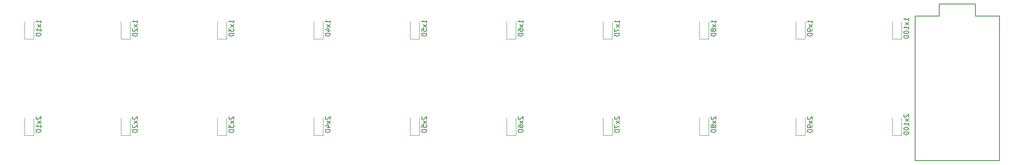
<source format=gbr>
%TF.GenerationSoftware,KiCad,Pcbnew,(6.0.5)*%
%TF.CreationDate,2022-05-21T19:41:19+01:00*%
%TF.ProjectId,ButterStick,42757474-6572-4537-9469-636b2e6b6963,rev?*%
%TF.SameCoordinates,Original*%
%TF.FileFunction,Legend,Bot*%
%TF.FilePolarity,Positive*%
%FSLAX46Y46*%
G04 Gerber Fmt 4.6, Leading zero omitted, Abs format (unit mm)*
G04 Created by KiCad (PCBNEW (6.0.5)) date 2022-05-21 19:41:19*
%MOMM*%
%LPD*%
G01*
G04 APERTURE LIST*
%ADD10C,0.150000*%
%ADD11C,0.120000*%
G04 APERTURE END LIST*
D10*
%TO.C,2x10D*%
X230147619Y-56277142D02*
X230100000Y-56324761D01*
X230052380Y-56420000D01*
X230052380Y-56658095D01*
X230100000Y-56753333D01*
X230147619Y-56800952D01*
X230242857Y-56848571D01*
X230338095Y-56848571D01*
X230480952Y-56800952D01*
X231052380Y-56229523D01*
X231052380Y-56848571D01*
X231052380Y-57181904D02*
X230385714Y-57705714D01*
X230385714Y-57181904D02*
X231052380Y-57705714D01*
X231052380Y-58610476D02*
X231052380Y-58039047D01*
X231052380Y-58324761D02*
X230052380Y-58324761D01*
X230195238Y-58229523D01*
X230290476Y-58134285D01*
X230338095Y-58039047D01*
X230052380Y-59229523D02*
X230052380Y-59324761D01*
X230100000Y-59420000D01*
X230147619Y-59467619D01*
X230242857Y-59515238D01*
X230433333Y-59562857D01*
X230671428Y-59562857D01*
X230861904Y-59515238D01*
X230957142Y-59467619D01*
X231004761Y-59420000D01*
X231052380Y-59324761D01*
X231052380Y-59229523D01*
X231004761Y-59134285D01*
X230957142Y-59086666D01*
X230861904Y-59039047D01*
X230671428Y-58991428D01*
X230433333Y-58991428D01*
X230242857Y-59039047D01*
X230147619Y-59086666D01*
X230100000Y-59134285D01*
X230052380Y-59229523D01*
X231052380Y-59991428D02*
X230052380Y-59991428D01*
X230052380Y-60229523D01*
X230100000Y-60372380D01*
X230195238Y-60467619D01*
X230290476Y-60515238D01*
X230480952Y-60562857D01*
X230623809Y-60562857D01*
X230814285Y-60515238D01*
X230909523Y-60467619D01*
X231004761Y-60372380D01*
X231052380Y-60229523D01*
X231052380Y-59991428D01*
%TO.C,2x9D*%
X209827619Y-56753333D02*
X209780000Y-56800952D01*
X209732380Y-56896190D01*
X209732380Y-57134285D01*
X209780000Y-57229523D01*
X209827619Y-57277142D01*
X209922857Y-57324761D01*
X210018095Y-57324761D01*
X210160952Y-57277142D01*
X210732380Y-56705714D01*
X210732380Y-57324761D01*
X210732380Y-57658095D02*
X210065714Y-58181904D01*
X210065714Y-57658095D02*
X210732380Y-58181904D01*
X210732380Y-58610476D02*
X210732380Y-58800952D01*
X210684761Y-58896190D01*
X210637142Y-58943809D01*
X210494285Y-59039047D01*
X210303809Y-59086666D01*
X209922857Y-59086666D01*
X209827619Y-59039047D01*
X209780000Y-58991428D01*
X209732380Y-58896190D01*
X209732380Y-58705714D01*
X209780000Y-58610476D01*
X209827619Y-58562857D01*
X209922857Y-58515238D01*
X210160952Y-58515238D01*
X210256190Y-58562857D01*
X210303809Y-58610476D01*
X210351428Y-58705714D01*
X210351428Y-58896190D01*
X210303809Y-58991428D01*
X210256190Y-59039047D01*
X210160952Y-59086666D01*
X210732380Y-59515238D02*
X209732380Y-59515238D01*
X209732380Y-59753333D01*
X209780000Y-59896190D01*
X209875238Y-59991428D01*
X209970476Y-60039047D01*
X210160952Y-60086666D01*
X210303809Y-60086666D01*
X210494285Y-60039047D01*
X210589523Y-59991428D01*
X210684761Y-59896190D01*
X210732380Y-59753333D01*
X210732380Y-59515238D01*
%TO.C,2x8D*%
X189507619Y-56753333D02*
X189460000Y-56800952D01*
X189412380Y-56896190D01*
X189412380Y-57134285D01*
X189460000Y-57229523D01*
X189507619Y-57277142D01*
X189602857Y-57324761D01*
X189698095Y-57324761D01*
X189840952Y-57277142D01*
X190412380Y-56705714D01*
X190412380Y-57324761D01*
X190412380Y-57658095D02*
X189745714Y-58181904D01*
X189745714Y-57658095D02*
X190412380Y-58181904D01*
X189840952Y-58705714D02*
X189793333Y-58610476D01*
X189745714Y-58562857D01*
X189650476Y-58515238D01*
X189602857Y-58515238D01*
X189507619Y-58562857D01*
X189460000Y-58610476D01*
X189412380Y-58705714D01*
X189412380Y-58896190D01*
X189460000Y-58991428D01*
X189507619Y-59039047D01*
X189602857Y-59086666D01*
X189650476Y-59086666D01*
X189745714Y-59039047D01*
X189793333Y-58991428D01*
X189840952Y-58896190D01*
X189840952Y-58705714D01*
X189888571Y-58610476D01*
X189936190Y-58562857D01*
X190031428Y-58515238D01*
X190221904Y-58515238D01*
X190317142Y-58562857D01*
X190364761Y-58610476D01*
X190412380Y-58705714D01*
X190412380Y-58896190D01*
X190364761Y-58991428D01*
X190317142Y-59039047D01*
X190221904Y-59086666D01*
X190031428Y-59086666D01*
X189936190Y-59039047D01*
X189888571Y-58991428D01*
X189840952Y-58896190D01*
X190412380Y-59515238D02*
X189412380Y-59515238D01*
X189412380Y-59753333D01*
X189460000Y-59896190D01*
X189555238Y-59991428D01*
X189650476Y-60039047D01*
X189840952Y-60086666D01*
X189983809Y-60086666D01*
X190174285Y-60039047D01*
X190269523Y-59991428D01*
X190364761Y-59896190D01*
X190412380Y-59753333D01*
X190412380Y-59515238D01*
%TO.C,2x7D*%
X169187619Y-56753333D02*
X169140000Y-56800952D01*
X169092380Y-56896190D01*
X169092380Y-57134285D01*
X169140000Y-57229523D01*
X169187619Y-57277142D01*
X169282857Y-57324761D01*
X169378095Y-57324761D01*
X169520952Y-57277142D01*
X170092380Y-56705714D01*
X170092380Y-57324761D01*
X170092380Y-57658095D02*
X169425714Y-58181904D01*
X169425714Y-57658095D02*
X170092380Y-58181904D01*
X169092380Y-58467619D02*
X169092380Y-59134285D01*
X170092380Y-58705714D01*
X170092380Y-59515238D02*
X169092380Y-59515238D01*
X169092380Y-59753333D01*
X169140000Y-59896190D01*
X169235238Y-59991428D01*
X169330476Y-60039047D01*
X169520952Y-60086666D01*
X169663809Y-60086666D01*
X169854285Y-60039047D01*
X169949523Y-59991428D01*
X170044761Y-59896190D01*
X170092380Y-59753333D01*
X170092380Y-59515238D01*
%TO.C,2x6D*%
X148867619Y-56753333D02*
X148820000Y-56800952D01*
X148772380Y-56896190D01*
X148772380Y-57134285D01*
X148820000Y-57229523D01*
X148867619Y-57277142D01*
X148962857Y-57324761D01*
X149058095Y-57324761D01*
X149200952Y-57277142D01*
X149772380Y-56705714D01*
X149772380Y-57324761D01*
X149772380Y-57658095D02*
X149105714Y-58181904D01*
X149105714Y-57658095D02*
X149772380Y-58181904D01*
X148772380Y-58991428D02*
X148772380Y-58800952D01*
X148820000Y-58705714D01*
X148867619Y-58658095D01*
X149010476Y-58562857D01*
X149200952Y-58515238D01*
X149581904Y-58515238D01*
X149677142Y-58562857D01*
X149724761Y-58610476D01*
X149772380Y-58705714D01*
X149772380Y-58896190D01*
X149724761Y-58991428D01*
X149677142Y-59039047D01*
X149581904Y-59086666D01*
X149343809Y-59086666D01*
X149248571Y-59039047D01*
X149200952Y-58991428D01*
X149153333Y-58896190D01*
X149153333Y-58705714D01*
X149200952Y-58610476D01*
X149248571Y-58562857D01*
X149343809Y-58515238D01*
X149772380Y-59515238D02*
X148772380Y-59515238D01*
X148772380Y-59753333D01*
X148820000Y-59896190D01*
X148915238Y-59991428D01*
X149010476Y-60039047D01*
X149200952Y-60086666D01*
X149343809Y-60086666D01*
X149534285Y-60039047D01*
X149629523Y-59991428D01*
X149724761Y-59896190D01*
X149772380Y-59753333D01*
X149772380Y-59515238D01*
%TO.C,2x5D*%
X128547619Y-56753333D02*
X128500000Y-56800952D01*
X128452380Y-56896190D01*
X128452380Y-57134285D01*
X128500000Y-57229523D01*
X128547619Y-57277142D01*
X128642857Y-57324761D01*
X128738095Y-57324761D01*
X128880952Y-57277142D01*
X129452380Y-56705714D01*
X129452380Y-57324761D01*
X129452380Y-57658095D02*
X128785714Y-58181904D01*
X128785714Y-57658095D02*
X129452380Y-58181904D01*
X128452380Y-59039047D02*
X128452380Y-58562857D01*
X128928571Y-58515238D01*
X128880952Y-58562857D01*
X128833333Y-58658095D01*
X128833333Y-58896190D01*
X128880952Y-58991428D01*
X128928571Y-59039047D01*
X129023809Y-59086666D01*
X129261904Y-59086666D01*
X129357142Y-59039047D01*
X129404761Y-58991428D01*
X129452380Y-58896190D01*
X129452380Y-58658095D01*
X129404761Y-58562857D01*
X129357142Y-58515238D01*
X129452380Y-59515238D02*
X128452380Y-59515238D01*
X128452380Y-59753333D01*
X128500000Y-59896190D01*
X128595238Y-59991428D01*
X128690476Y-60039047D01*
X128880952Y-60086666D01*
X129023809Y-60086666D01*
X129214285Y-60039047D01*
X129309523Y-59991428D01*
X129404761Y-59896190D01*
X129452380Y-59753333D01*
X129452380Y-59515238D01*
%TO.C,2x4D*%
X108227619Y-56753333D02*
X108180000Y-56800952D01*
X108132380Y-56896190D01*
X108132380Y-57134285D01*
X108180000Y-57229523D01*
X108227619Y-57277142D01*
X108322857Y-57324761D01*
X108418095Y-57324761D01*
X108560952Y-57277142D01*
X109132380Y-56705714D01*
X109132380Y-57324761D01*
X109132380Y-57658095D02*
X108465714Y-58181904D01*
X108465714Y-57658095D02*
X109132380Y-58181904D01*
X108465714Y-58991428D02*
X109132380Y-58991428D01*
X108084761Y-58753333D02*
X108799047Y-58515238D01*
X108799047Y-59134285D01*
X109132380Y-59515238D02*
X108132380Y-59515238D01*
X108132380Y-59753333D01*
X108180000Y-59896190D01*
X108275238Y-59991428D01*
X108370476Y-60039047D01*
X108560952Y-60086666D01*
X108703809Y-60086666D01*
X108894285Y-60039047D01*
X108989523Y-59991428D01*
X109084761Y-59896190D01*
X109132380Y-59753333D01*
X109132380Y-59515238D01*
%TO.C,2x3D*%
X87907619Y-56753333D02*
X87860000Y-56800952D01*
X87812380Y-56896190D01*
X87812380Y-57134285D01*
X87860000Y-57229523D01*
X87907619Y-57277142D01*
X88002857Y-57324761D01*
X88098095Y-57324761D01*
X88240952Y-57277142D01*
X88812380Y-56705714D01*
X88812380Y-57324761D01*
X88812380Y-57658095D02*
X88145714Y-58181904D01*
X88145714Y-57658095D02*
X88812380Y-58181904D01*
X87812380Y-58467619D02*
X87812380Y-59086666D01*
X88193333Y-58753333D01*
X88193333Y-58896190D01*
X88240952Y-58991428D01*
X88288571Y-59039047D01*
X88383809Y-59086666D01*
X88621904Y-59086666D01*
X88717142Y-59039047D01*
X88764761Y-58991428D01*
X88812380Y-58896190D01*
X88812380Y-58610476D01*
X88764761Y-58515238D01*
X88717142Y-58467619D01*
X88812380Y-59515238D02*
X87812380Y-59515238D01*
X87812380Y-59753333D01*
X87860000Y-59896190D01*
X87955238Y-59991428D01*
X88050476Y-60039047D01*
X88240952Y-60086666D01*
X88383809Y-60086666D01*
X88574285Y-60039047D01*
X88669523Y-59991428D01*
X88764761Y-59896190D01*
X88812380Y-59753333D01*
X88812380Y-59515238D01*
%TO.C,2x2D*%
X67587619Y-56753333D02*
X67540000Y-56800952D01*
X67492380Y-56896190D01*
X67492380Y-57134285D01*
X67540000Y-57229523D01*
X67587619Y-57277142D01*
X67682857Y-57324761D01*
X67778095Y-57324761D01*
X67920952Y-57277142D01*
X68492380Y-56705714D01*
X68492380Y-57324761D01*
X68492380Y-57658095D02*
X67825714Y-58181904D01*
X67825714Y-57658095D02*
X68492380Y-58181904D01*
X67587619Y-58515238D02*
X67540000Y-58562857D01*
X67492380Y-58658095D01*
X67492380Y-58896190D01*
X67540000Y-58991428D01*
X67587619Y-59039047D01*
X67682857Y-59086666D01*
X67778095Y-59086666D01*
X67920952Y-59039047D01*
X68492380Y-58467619D01*
X68492380Y-59086666D01*
X68492380Y-59515238D02*
X67492380Y-59515238D01*
X67492380Y-59753333D01*
X67540000Y-59896190D01*
X67635238Y-59991428D01*
X67730476Y-60039047D01*
X67920952Y-60086666D01*
X68063809Y-60086666D01*
X68254285Y-60039047D01*
X68349523Y-59991428D01*
X68444761Y-59896190D01*
X68492380Y-59753333D01*
X68492380Y-59515238D01*
%TO.C,2x1D*%
X47267619Y-56753333D02*
X47220000Y-56800952D01*
X47172380Y-56896190D01*
X47172380Y-57134285D01*
X47220000Y-57229523D01*
X47267619Y-57277142D01*
X47362857Y-57324761D01*
X47458095Y-57324761D01*
X47600952Y-57277142D01*
X48172380Y-56705714D01*
X48172380Y-57324761D01*
X48172380Y-57658095D02*
X47505714Y-58181904D01*
X47505714Y-57658095D02*
X48172380Y-58181904D01*
X48172380Y-59086666D02*
X48172380Y-58515238D01*
X48172380Y-58800952D02*
X47172380Y-58800952D01*
X47315238Y-58705714D01*
X47410476Y-58610476D01*
X47458095Y-58515238D01*
X48172380Y-59515238D02*
X47172380Y-59515238D01*
X47172380Y-59753333D01*
X47220000Y-59896190D01*
X47315238Y-59991428D01*
X47410476Y-60039047D01*
X47600952Y-60086666D01*
X47743809Y-60086666D01*
X47934285Y-60039047D01*
X48029523Y-59991428D01*
X48124761Y-59896190D01*
X48172380Y-59753333D01*
X48172380Y-59515238D01*
%TO.C,1x10D*%
X231052380Y-36528571D02*
X231052380Y-35957142D01*
X231052380Y-36242857D02*
X230052380Y-36242857D01*
X230195238Y-36147619D01*
X230290476Y-36052380D01*
X230338095Y-35957142D01*
X231052380Y-36861904D02*
X230385714Y-37385714D01*
X230385714Y-36861904D02*
X231052380Y-37385714D01*
X231052380Y-38290476D02*
X231052380Y-37719047D01*
X231052380Y-38004761D02*
X230052380Y-38004761D01*
X230195238Y-37909523D01*
X230290476Y-37814285D01*
X230338095Y-37719047D01*
X230052380Y-38909523D02*
X230052380Y-39004761D01*
X230100000Y-39100000D01*
X230147619Y-39147619D01*
X230242857Y-39195238D01*
X230433333Y-39242857D01*
X230671428Y-39242857D01*
X230861904Y-39195238D01*
X230957142Y-39147619D01*
X231004761Y-39100000D01*
X231052380Y-39004761D01*
X231052380Y-38909523D01*
X231004761Y-38814285D01*
X230957142Y-38766666D01*
X230861904Y-38719047D01*
X230671428Y-38671428D01*
X230433333Y-38671428D01*
X230242857Y-38719047D01*
X230147619Y-38766666D01*
X230100000Y-38814285D01*
X230052380Y-38909523D01*
X231052380Y-39671428D02*
X230052380Y-39671428D01*
X230052380Y-39909523D01*
X230100000Y-40052380D01*
X230195238Y-40147619D01*
X230290476Y-40195238D01*
X230480952Y-40242857D01*
X230623809Y-40242857D01*
X230814285Y-40195238D01*
X230909523Y-40147619D01*
X231004761Y-40052380D01*
X231052380Y-39909523D01*
X231052380Y-39671428D01*
%TO.C,1x9D*%
X210732380Y-37004761D02*
X210732380Y-36433333D01*
X210732380Y-36719047D02*
X209732380Y-36719047D01*
X209875238Y-36623809D01*
X209970476Y-36528571D01*
X210018095Y-36433333D01*
X210732380Y-37338095D02*
X210065714Y-37861904D01*
X210065714Y-37338095D02*
X210732380Y-37861904D01*
X210732380Y-38290476D02*
X210732380Y-38480952D01*
X210684761Y-38576190D01*
X210637142Y-38623809D01*
X210494285Y-38719047D01*
X210303809Y-38766666D01*
X209922857Y-38766666D01*
X209827619Y-38719047D01*
X209780000Y-38671428D01*
X209732380Y-38576190D01*
X209732380Y-38385714D01*
X209780000Y-38290476D01*
X209827619Y-38242857D01*
X209922857Y-38195238D01*
X210160952Y-38195238D01*
X210256190Y-38242857D01*
X210303809Y-38290476D01*
X210351428Y-38385714D01*
X210351428Y-38576190D01*
X210303809Y-38671428D01*
X210256190Y-38719047D01*
X210160952Y-38766666D01*
X210732380Y-39195238D02*
X209732380Y-39195238D01*
X209732380Y-39433333D01*
X209780000Y-39576190D01*
X209875238Y-39671428D01*
X209970476Y-39719047D01*
X210160952Y-39766666D01*
X210303809Y-39766666D01*
X210494285Y-39719047D01*
X210589523Y-39671428D01*
X210684761Y-39576190D01*
X210732380Y-39433333D01*
X210732380Y-39195238D01*
%TO.C,1x8D*%
X190412380Y-37004761D02*
X190412380Y-36433333D01*
X190412380Y-36719047D02*
X189412380Y-36719047D01*
X189555238Y-36623809D01*
X189650476Y-36528571D01*
X189698095Y-36433333D01*
X190412380Y-37338095D02*
X189745714Y-37861904D01*
X189745714Y-37338095D02*
X190412380Y-37861904D01*
X189840952Y-38385714D02*
X189793333Y-38290476D01*
X189745714Y-38242857D01*
X189650476Y-38195238D01*
X189602857Y-38195238D01*
X189507619Y-38242857D01*
X189460000Y-38290476D01*
X189412380Y-38385714D01*
X189412380Y-38576190D01*
X189460000Y-38671428D01*
X189507619Y-38719047D01*
X189602857Y-38766666D01*
X189650476Y-38766666D01*
X189745714Y-38719047D01*
X189793333Y-38671428D01*
X189840952Y-38576190D01*
X189840952Y-38385714D01*
X189888571Y-38290476D01*
X189936190Y-38242857D01*
X190031428Y-38195238D01*
X190221904Y-38195238D01*
X190317142Y-38242857D01*
X190364761Y-38290476D01*
X190412380Y-38385714D01*
X190412380Y-38576190D01*
X190364761Y-38671428D01*
X190317142Y-38719047D01*
X190221904Y-38766666D01*
X190031428Y-38766666D01*
X189936190Y-38719047D01*
X189888571Y-38671428D01*
X189840952Y-38576190D01*
X190412380Y-39195238D02*
X189412380Y-39195238D01*
X189412380Y-39433333D01*
X189460000Y-39576190D01*
X189555238Y-39671428D01*
X189650476Y-39719047D01*
X189840952Y-39766666D01*
X189983809Y-39766666D01*
X190174285Y-39719047D01*
X190269523Y-39671428D01*
X190364761Y-39576190D01*
X190412380Y-39433333D01*
X190412380Y-39195238D01*
%TO.C,1x7D*%
X170092380Y-37004761D02*
X170092380Y-36433333D01*
X170092380Y-36719047D02*
X169092380Y-36719047D01*
X169235238Y-36623809D01*
X169330476Y-36528571D01*
X169378095Y-36433333D01*
X170092380Y-37338095D02*
X169425714Y-37861904D01*
X169425714Y-37338095D02*
X170092380Y-37861904D01*
X169092380Y-38147619D02*
X169092380Y-38814285D01*
X170092380Y-38385714D01*
X170092380Y-39195238D02*
X169092380Y-39195238D01*
X169092380Y-39433333D01*
X169140000Y-39576190D01*
X169235238Y-39671428D01*
X169330476Y-39719047D01*
X169520952Y-39766666D01*
X169663809Y-39766666D01*
X169854285Y-39719047D01*
X169949523Y-39671428D01*
X170044761Y-39576190D01*
X170092380Y-39433333D01*
X170092380Y-39195238D01*
%TO.C,1x6D*%
X149772380Y-37004761D02*
X149772380Y-36433333D01*
X149772380Y-36719047D02*
X148772380Y-36719047D01*
X148915238Y-36623809D01*
X149010476Y-36528571D01*
X149058095Y-36433333D01*
X149772380Y-37338095D02*
X149105714Y-37861904D01*
X149105714Y-37338095D02*
X149772380Y-37861904D01*
X148772380Y-38671428D02*
X148772380Y-38480952D01*
X148820000Y-38385714D01*
X148867619Y-38338095D01*
X149010476Y-38242857D01*
X149200952Y-38195238D01*
X149581904Y-38195238D01*
X149677142Y-38242857D01*
X149724761Y-38290476D01*
X149772380Y-38385714D01*
X149772380Y-38576190D01*
X149724761Y-38671428D01*
X149677142Y-38719047D01*
X149581904Y-38766666D01*
X149343809Y-38766666D01*
X149248571Y-38719047D01*
X149200952Y-38671428D01*
X149153333Y-38576190D01*
X149153333Y-38385714D01*
X149200952Y-38290476D01*
X149248571Y-38242857D01*
X149343809Y-38195238D01*
X149772380Y-39195238D02*
X148772380Y-39195238D01*
X148772380Y-39433333D01*
X148820000Y-39576190D01*
X148915238Y-39671428D01*
X149010476Y-39719047D01*
X149200952Y-39766666D01*
X149343809Y-39766666D01*
X149534285Y-39719047D01*
X149629523Y-39671428D01*
X149724761Y-39576190D01*
X149772380Y-39433333D01*
X149772380Y-39195238D01*
%TO.C,1x5D*%
X129452380Y-37004761D02*
X129452380Y-36433333D01*
X129452380Y-36719047D02*
X128452380Y-36719047D01*
X128595238Y-36623809D01*
X128690476Y-36528571D01*
X128738095Y-36433333D01*
X129452380Y-37338095D02*
X128785714Y-37861904D01*
X128785714Y-37338095D02*
X129452380Y-37861904D01*
X128452380Y-38719047D02*
X128452380Y-38242857D01*
X128928571Y-38195238D01*
X128880952Y-38242857D01*
X128833333Y-38338095D01*
X128833333Y-38576190D01*
X128880952Y-38671428D01*
X128928571Y-38719047D01*
X129023809Y-38766666D01*
X129261904Y-38766666D01*
X129357142Y-38719047D01*
X129404761Y-38671428D01*
X129452380Y-38576190D01*
X129452380Y-38338095D01*
X129404761Y-38242857D01*
X129357142Y-38195238D01*
X129452380Y-39195238D02*
X128452380Y-39195238D01*
X128452380Y-39433333D01*
X128500000Y-39576190D01*
X128595238Y-39671428D01*
X128690476Y-39719047D01*
X128880952Y-39766666D01*
X129023809Y-39766666D01*
X129214285Y-39719047D01*
X129309523Y-39671428D01*
X129404761Y-39576190D01*
X129452380Y-39433333D01*
X129452380Y-39195238D01*
%TO.C,1x4D*%
X109132380Y-37004761D02*
X109132380Y-36433333D01*
X109132380Y-36719047D02*
X108132380Y-36719047D01*
X108275238Y-36623809D01*
X108370476Y-36528571D01*
X108418095Y-36433333D01*
X109132380Y-37338095D02*
X108465714Y-37861904D01*
X108465714Y-37338095D02*
X109132380Y-37861904D01*
X108465714Y-38671428D02*
X109132380Y-38671428D01*
X108084761Y-38433333D02*
X108799047Y-38195238D01*
X108799047Y-38814285D01*
X109132380Y-39195238D02*
X108132380Y-39195238D01*
X108132380Y-39433333D01*
X108180000Y-39576190D01*
X108275238Y-39671428D01*
X108370476Y-39719047D01*
X108560952Y-39766666D01*
X108703809Y-39766666D01*
X108894285Y-39719047D01*
X108989523Y-39671428D01*
X109084761Y-39576190D01*
X109132380Y-39433333D01*
X109132380Y-39195238D01*
%TO.C,1x3D*%
X88812380Y-37004761D02*
X88812380Y-36433333D01*
X88812380Y-36719047D02*
X87812380Y-36719047D01*
X87955238Y-36623809D01*
X88050476Y-36528571D01*
X88098095Y-36433333D01*
X88812380Y-37338095D02*
X88145714Y-37861904D01*
X88145714Y-37338095D02*
X88812380Y-37861904D01*
X87812380Y-38147619D02*
X87812380Y-38766666D01*
X88193333Y-38433333D01*
X88193333Y-38576190D01*
X88240952Y-38671428D01*
X88288571Y-38719047D01*
X88383809Y-38766666D01*
X88621904Y-38766666D01*
X88717142Y-38719047D01*
X88764761Y-38671428D01*
X88812380Y-38576190D01*
X88812380Y-38290476D01*
X88764761Y-38195238D01*
X88717142Y-38147619D01*
X88812380Y-39195238D02*
X87812380Y-39195238D01*
X87812380Y-39433333D01*
X87860000Y-39576190D01*
X87955238Y-39671428D01*
X88050476Y-39719047D01*
X88240952Y-39766666D01*
X88383809Y-39766666D01*
X88574285Y-39719047D01*
X88669523Y-39671428D01*
X88764761Y-39576190D01*
X88812380Y-39433333D01*
X88812380Y-39195238D01*
%TO.C,1x2D*%
X68492380Y-37004761D02*
X68492380Y-36433333D01*
X68492380Y-36719047D02*
X67492380Y-36719047D01*
X67635238Y-36623809D01*
X67730476Y-36528571D01*
X67778095Y-36433333D01*
X68492380Y-37338095D02*
X67825714Y-37861904D01*
X67825714Y-37338095D02*
X68492380Y-37861904D01*
X67587619Y-38195238D02*
X67540000Y-38242857D01*
X67492380Y-38338095D01*
X67492380Y-38576190D01*
X67540000Y-38671428D01*
X67587619Y-38719047D01*
X67682857Y-38766666D01*
X67778095Y-38766666D01*
X67920952Y-38719047D01*
X68492380Y-38147619D01*
X68492380Y-38766666D01*
X68492380Y-39195238D02*
X67492380Y-39195238D01*
X67492380Y-39433333D01*
X67540000Y-39576190D01*
X67635238Y-39671428D01*
X67730476Y-39719047D01*
X67920952Y-39766666D01*
X68063809Y-39766666D01*
X68254285Y-39719047D01*
X68349523Y-39671428D01*
X68444761Y-39576190D01*
X68492380Y-39433333D01*
X68492380Y-39195238D01*
%TO.C,1x1D*%
X48172380Y-37004761D02*
X48172380Y-36433333D01*
X48172380Y-36719047D02*
X47172380Y-36719047D01*
X47315238Y-36623809D01*
X47410476Y-36528571D01*
X47458095Y-36433333D01*
X48172380Y-37338095D02*
X47505714Y-37861904D01*
X47505714Y-37338095D02*
X48172380Y-37861904D01*
X48172380Y-38766666D02*
X48172380Y-38195238D01*
X48172380Y-38480952D02*
X47172380Y-38480952D01*
X47315238Y-38385714D01*
X47410476Y-38290476D01*
X47458095Y-38195238D01*
X48172380Y-39195238D02*
X47172380Y-39195238D01*
X47172380Y-39433333D01*
X47220000Y-39576190D01*
X47315238Y-39671428D01*
X47410476Y-39719047D01*
X47600952Y-39766666D01*
X47743809Y-39766666D01*
X47934285Y-39719047D01*
X48029523Y-39671428D01*
X48124761Y-39576190D01*
X48172380Y-39433333D01*
X48172380Y-39195238D01*
%TO.C,REF\u002A\u002A*%
X250190000Y-66040000D02*
X232410000Y-66040000D01*
X232410000Y-66040000D02*
X232410000Y-35560000D01*
X232410000Y-35560000D02*
X237490000Y-35560000D01*
X237490000Y-35560000D02*
X237490000Y-33020000D01*
X237490000Y-33020000D02*
X245110000Y-33020000D01*
X245110000Y-33020000D02*
X245110000Y-35560000D01*
X245110000Y-35560000D02*
X250190000Y-35560000D01*
X250190000Y-35560000D02*
X250190000Y-66040000D01*
D11*
%TO.C,2x10D*%
X229550000Y-60680000D02*
X229550000Y-57020000D01*
X227650000Y-60680000D02*
X227650000Y-57020000D01*
X229550000Y-60680000D02*
X227650000Y-60680000D01*
%TO.C,2x9D*%
X209230000Y-60680000D02*
X209230000Y-57020000D01*
X207330000Y-60680000D02*
X207330000Y-57020000D01*
X209230000Y-60680000D02*
X207330000Y-60680000D01*
%TO.C,2x8D*%
X188910000Y-60680000D02*
X188910000Y-57020000D01*
X187010000Y-60680000D02*
X187010000Y-57020000D01*
X188910000Y-60680000D02*
X187010000Y-60680000D01*
%TO.C,2x7D*%
X168590000Y-60680000D02*
X168590000Y-57020000D01*
X166690000Y-60680000D02*
X166690000Y-57020000D01*
X168590000Y-60680000D02*
X166690000Y-60680000D01*
%TO.C,2x6D*%
X148270000Y-60680000D02*
X148270000Y-57020000D01*
X146370000Y-60680000D02*
X146370000Y-57020000D01*
X148270000Y-60680000D02*
X146370000Y-60680000D01*
%TO.C,2x5D*%
X127950000Y-60680000D02*
X127950000Y-57020000D01*
X126050000Y-60680000D02*
X126050000Y-57020000D01*
X127950000Y-60680000D02*
X126050000Y-60680000D01*
%TO.C,2x4D*%
X107630000Y-60680000D02*
X107630000Y-57020000D01*
X105730000Y-60680000D02*
X105730000Y-57020000D01*
X107630000Y-60680000D02*
X105730000Y-60680000D01*
%TO.C,2x3D*%
X87310000Y-60680000D02*
X87310000Y-57020000D01*
X85410000Y-60680000D02*
X85410000Y-57020000D01*
X87310000Y-60680000D02*
X85410000Y-60680000D01*
%TO.C,2x2D*%
X66990000Y-60680000D02*
X66990000Y-57020000D01*
X65090000Y-60680000D02*
X65090000Y-57020000D01*
X66990000Y-60680000D02*
X65090000Y-60680000D01*
%TO.C,2x1D*%
X46670000Y-60680000D02*
X46670000Y-57020000D01*
X44770000Y-60680000D02*
X44770000Y-57020000D01*
X46670000Y-60680000D02*
X44770000Y-60680000D01*
%TO.C,1x10D*%
X229550000Y-40360000D02*
X229550000Y-36700000D01*
X227650000Y-40360000D02*
X227650000Y-36700000D01*
X229550000Y-40360000D02*
X227650000Y-40360000D01*
%TO.C,1x9D*%
X209230000Y-40360000D02*
X209230000Y-36700000D01*
X207330000Y-40360000D02*
X207330000Y-36700000D01*
X209230000Y-40360000D02*
X207330000Y-40360000D01*
%TO.C,1x8D*%
X188910000Y-40360000D02*
X188910000Y-36700000D01*
X187010000Y-40360000D02*
X187010000Y-36700000D01*
X188910000Y-40360000D02*
X187010000Y-40360000D01*
%TO.C,1x7D*%
X168590000Y-40360000D02*
X168590000Y-36700000D01*
X166690000Y-40360000D02*
X166690000Y-36700000D01*
X168590000Y-40360000D02*
X166690000Y-40360000D01*
%TO.C,1x6D*%
X148270000Y-40360000D02*
X148270000Y-36700000D01*
X146370000Y-40360000D02*
X146370000Y-36700000D01*
X148270000Y-40360000D02*
X146370000Y-40360000D01*
%TO.C,1x5D*%
X127950000Y-40360000D02*
X127950000Y-36700000D01*
X126050000Y-40360000D02*
X126050000Y-36700000D01*
X127950000Y-40360000D02*
X126050000Y-40360000D01*
%TO.C,1x4D*%
X107630000Y-40360000D02*
X107630000Y-36700000D01*
X105730000Y-40360000D02*
X105730000Y-36700000D01*
X107630000Y-40360000D02*
X105730000Y-40360000D01*
%TO.C,1x3D*%
X87310000Y-40360000D02*
X87310000Y-36700000D01*
X85410000Y-40360000D02*
X85410000Y-36700000D01*
X87310000Y-40360000D02*
X85410000Y-40360000D01*
%TO.C,1x2D*%
X66990000Y-40360000D02*
X66990000Y-36700000D01*
X65090000Y-40360000D02*
X65090000Y-36700000D01*
X66990000Y-40360000D02*
X65090000Y-40360000D01*
%TO.C,1x1D*%
X46670000Y-40360000D02*
X46670000Y-36700000D01*
X44770000Y-40360000D02*
X44770000Y-36700000D01*
X46670000Y-40360000D02*
X44770000Y-40360000D01*
%TD*%
M02*

</source>
